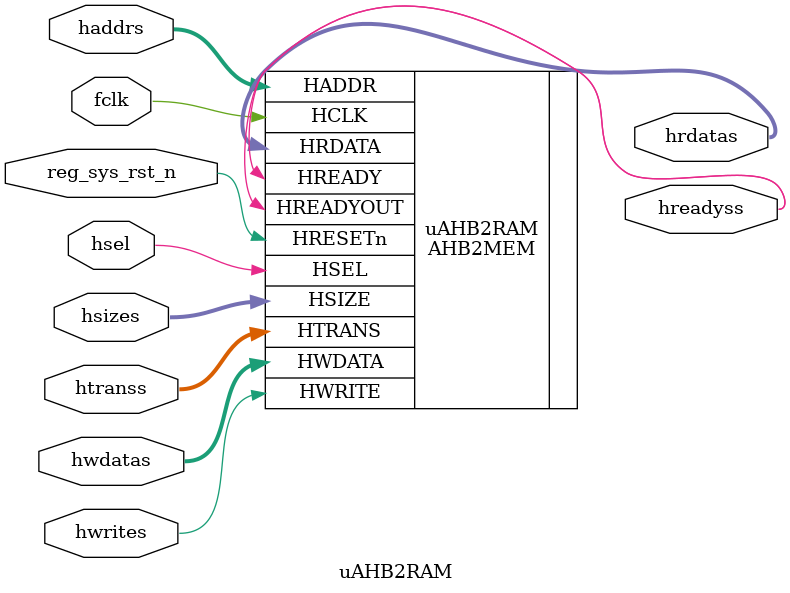
<source format=v>
`timescale 1ns / 1ps


module uAHB2RAM(
input wire hsel,
input wire fclk,
input wire reg_sys_rst_n,
output wire hreadyss,
input wire [31:0]haddrs,
input wire [1:0]htranss,
input wire hwrites,
input wire [2:0]hsizes,
input wire [31:0]hwdatas,
output wire [31:0]hrdatas
    );
      /////////////////////////////////////////////////////////////////////////////
     // Connect System Bus to RAM and Peripherals
     /////////////////////////////////////////////////////////////////////////////
  
    
  
     // AHB-Lite RAM
     AHB2MEM uAHB2RAM (
        .HSEL(hsel),
        .HCLK(fclk), 
        .HRESETn(reg_sys_rst_n), 
        .HREADY(hreadyss),     
        .HADDR(haddrs),
        .HTRANS(htranss), 
        .HWRITE(hwrites),
        .HSIZE(hsizes),
        .HWDATA(hwdatas), 
        .HRDATA(hrdatas), 
        .HREADYOUT(hreadyss)
     );

endmodule

</source>
